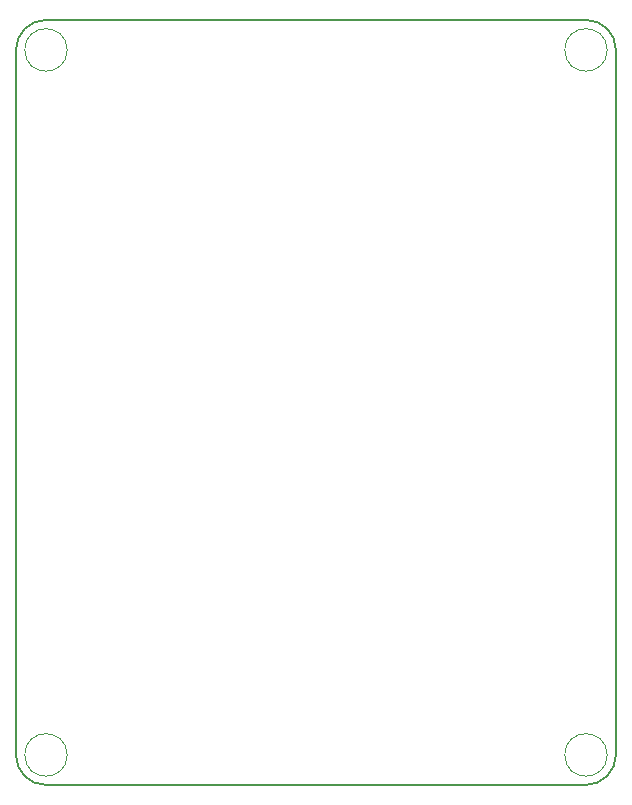
<source format=gbr>
%TF.GenerationSoftware,KiCad,Pcbnew,7.0.9+dfsg-1*%
%TF.CreationDate,2023-12-18T20:04:22+07:00*%
%TF.ProjectId,wifi,77696669-2e6b-4696-9361-645f70636258,rev?*%
%TF.SameCoordinates,Original*%
%TF.FileFunction,Profile,NP*%
%FSLAX46Y46*%
G04 Gerber Fmt 4.6, Leading zero omitted, Abs format (unit mm)*
G04 Created by KiCad (PCBNEW 7.0.9+dfsg-1) date 2023-12-18 20:04:22*
%MOMM*%
%LPD*%
G01*
G04 APERTURE LIST*
%TA.AperFunction,Profile*%
%ADD10C,0.150000*%
%TD*%
%TA.AperFunction,Profile*%
%ADD11C,0.100000*%
%TD*%
G04 APERTURE END LIST*
D10*
X168910000Y-140970000D02*
G75*
G03*
X171450000Y-138430000I0J2540000D01*
G01*
X171450000Y-138430000D02*
X171450000Y-78740000D01*
D11*
X124986051Y-138430000D02*
G75*
G03*
X124986051Y-138430000I-1796051J0D01*
G01*
D10*
X120650000Y-78740000D02*
X120650000Y-138430000D01*
X168910000Y-76200000D02*
X123190000Y-76200000D01*
X120650000Y-138430000D02*
G75*
G03*
X123190000Y-140970000I2540000J0D01*
G01*
D11*
X170706051Y-78740000D02*
G75*
G03*
X170706051Y-78740000I-1796051J0D01*
G01*
D10*
X171450000Y-78740000D02*
G75*
G03*
X168910000Y-76200000I-2540000J0D01*
G01*
D11*
X170706051Y-138430000D02*
G75*
G03*
X170706051Y-138430000I-1796051J0D01*
G01*
D10*
X123190000Y-140970000D02*
X168910000Y-140970000D01*
X123190000Y-76200000D02*
G75*
G03*
X120650000Y-78740000I0J-2540000D01*
G01*
D11*
X124986051Y-78740000D02*
G75*
G03*
X124986051Y-78740000I-1796051J0D01*
G01*
M02*

</source>
